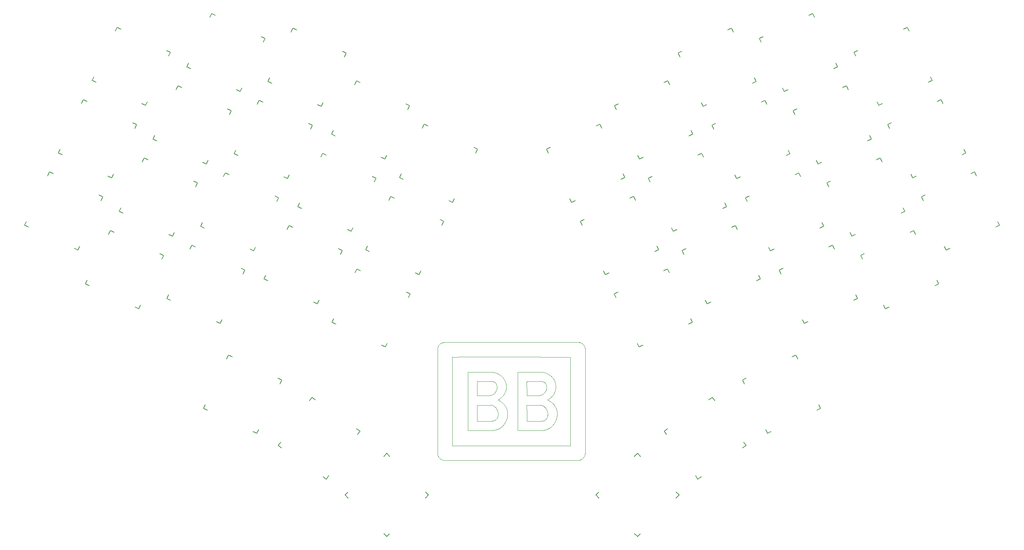
<source format=gbr>
%TF.GenerationSoftware,KiCad,Pcbnew,(5.1.9)-1*%
%TF.CreationDate,2021-07-16T02:30:04-07:00*%
%TF.ProjectId,barobord,6261726f-626f-4726-942e-6b696361645f,rev?*%
%TF.SameCoordinates,Original*%
%TF.FileFunction,Legend,Top*%
%TF.FilePolarity,Positive*%
%FSLAX46Y46*%
G04 Gerber Fmt 4.6, Leading zero omitted, Abs format (unit mm)*
G04 Created by KiCad (PCBNEW (5.1.9)-1) date 2021-07-16 02:30:04*
%MOMM*%
%LPD*%
G01*
G04 APERTURE LIST*
%ADD10C,0.001800*%
%ADD11C,0.150000*%
G04 APERTURE END LIST*
D10*
X151995877Y-115611829D02*
X151410713Y-115619806D01*
X154341593Y-119777705D02*
G75*
G02*
X154355785Y-120065447I-2909876J-287740D01*
G01*
X154298898Y-119516412D02*
G75*
G02*
X154341593Y-119777705I-2036408J-466881D01*
G01*
X152407758Y-115596790D02*
X151995877Y-115611829D01*
X152630784Y-115570534D02*
G75*
G02*
X152407758Y-115596790I-304293J1624441D01*
G01*
X154224748Y-119268392D02*
G75*
G02*
X154298898Y-119516412I-1864126J-692404D01*
G01*
X153523840Y-118249497D02*
G75*
G02*
X153845522Y-118586751I-1288154J-1550715D01*
G01*
X154116231Y-119020579D02*
G75*
G02*
X154224748Y-119268392I-2113274J-1073068D01*
G01*
X149334994Y-112237414D02*
G75*
G02*
X149338048Y-112220927I46613J-109D01*
G01*
X149333481Y-113279664D02*
X149333894Y-112730510D01*
X149338048Y-112220926D02*
G75*
G02*
X149366273Y-112201531I28145J-10724D01*
G01*
X153845521Y-118586751D02*
G75*
G02*
X154116231Y-119020579I-2322281J-1750486D01*
G01*
X153073254Y-115386020D02*
G75*
G02*
X152915644Y-115469586I-1034433J1760587D01*
G01*
X151080631Y-112206280D02*
X152715204Y-112212256D01*
X149338285Y-115615579D02*
X149334423Y-113928079D01*
X153156559Y-118015314D02*
G75*
G02*
X153523840Y-118249497I-744031J-1572007D01*
G01*
X152750785Y-117886324D02*
G75*
G02*
X153156559Y-118015314I-274542J-1566375D01*
G01*
X152761544Y-115534464D02*
G75*
G02*
X152630785Y-115570535I-279612J758566D01*
G01*
X149333894Y-112730510D02*
X149334994Y-112237414D01*
X152715204Y-112212257D02*
G75*
G02*
X152930785Y-112231374I-5678J-1289075D01*
G01*
X149366273Y-112201531D02*
X151080631Y-112206280D01*
X149334423Y-113928079D02*
X149333481Y-113279664D01*
X150560785Y-115619809D02*
X149338285Y-115615579D01*
X151410713Y-115619806D02*
X150560785Y-115619809D01*
X152915643Y-115469586D02*
G75*
G02*
X152761543Y-115534464I-792080J1665923D01*
G01*
X154346527Y-120326019D02*
G75*
G02*
X154317821Y-120538763I-1697748J120776D01*
G01*
X154355785Y-120065447D02*
X154346528Y-120326019D01*
X149330670Y-117856409D02*
X150991977Y-117862822D01*
X152240859Y-121674900D02*
X151138285Y-121675579D01*
X151138285Y-121675579D02*
X149338285Y-121675579D01*
X154183699Y-120926617D02*
G75*
G02*
X154080015Y-121103933I-1204358J585270D01*
G01*
X153954722Y-121254364D02*
G75*
G02*
X153804444Y-121380813I-789780J786088D01*
G01*
X154080014Y-121103934D02*
G75*
G02*
X153954722Y-121254364I-909582J630192D01*
G01*
X149338285Y-121675579D02*
X149334477Y-119765994D01*
X154317821Y-120538763D02*
G75*
G02*
X154265294Y-120730719I-1397623J279281D01*
G01*
X152949777Y-121664036D02*
X152693442Y-121671428D01*
X154265294Y-120730719D02*
G75*
G02*
X154183699Y-120926618I-1736827J608476D01*
G01*
X153103285Y-121647857D02*
G75*
G02*
X152949777Y-121664036I-208222J1239288D01*
G01*
X153250562Y-121618669D02*
X153103285Y-121647857D01*
X153508494Y-121539140D02*
X153384429Y-121582783D01*
X152276839Y-117871805D02*
X152661836Y-117877792D01*
X153384429Y-121582783D02*
X153250562Y-121618669D01*
X152693442Y-121671428D02*
X152240859Y-121674900D01*
X152661837Y-117877792D02*
G75*
G02*
X152750785Y-117886324I-10187J-574136D01*
G01*
X153626282Y-121486654D02*
X153508494Y-121539140D01*
X150991977Y-117862822D02*
X151754037Y-117866676D01*
X149334477Y-119765994D02*
X149330670Y-117856409D01*
X153804444Y-121380813D02*
G75*
G02*
X153626282Y-121486654I-791406J1129300D01*
G01*
X151754037Y-117866676D02*
X152276839Y-117871805D01*
X161758285Y-131020579D02*
X161919187Y-130978622D01*
X129075975Y-130840919D02*
G75*
G02*
X128916340Y-130750469I708223J1436040D01*
G01*
X129454508Y-130980821D02*
X129598285Y-131020579D01*
X129251824Y-130916021D02*
X129454508Y-130980821D01*
X128113285Y-104410579D02*
X128113285Y-116973079D01*
X129466095Y-102949313D02*
X129292882Y-103001023D01*
X128386056Y-130224579D02*
G75*
G02*
X128254927Y-129973521I1420265J901587D01*
G01*
X128254926Y-129973521D02*
G75*
G02*
X128153043Y-129679356I2257446J946589D01*
G01*
X162289999Y-130844945D02*
G75*
G02*
X162116749Y-130917898I-723339J1475594D01*
G01*
X128916340Y-130750469D02*
G75*
G02*
X128762601Y-130639587I988209J1532189D01*
G01*
X128762601Y-130639587D02*
G75*
G02*
X128553167Y-130443048I1172215J1458979D01*
G01*
X128452885Y-103612170D02*
G75*
G02*
X128689443Y-103351664I1371710J-1007954D01*
G01*
X128271794Y-103919919D02*
G75*
G02*
X128452885Y-103612170I1596321J-732183D01*
G01*
X163239866Y-129444291D02*
G75*
G02*
X163176940Y-129814180I-1321925J34589D01*
G01*
X162609157Y-130640397D02*
G75*
G02*
X162450385Y-130754295I-1236036J1555418D01*
G01*
X128553167Y-130443048D02*
G75*
G02*
X128386056Y-130224579I1163621J1063223D01*
G01*
X128113285Y-116973079D02*
X128113285Y-129535579D01*
X128689443Y-103351664D02*
G75*
G02*
X128976605Y-103142600I1178136J-1316492D01*
G01*
X128976605Y-103142600D02*
G75*
G02*
X129123510Y-103067537I740391J-1267723D01*
G01*
X129466096Y-102949314D02*
G75*
G02*
X129624530Y-102919042I334702J-1322000D01*
G01*
X145678285Y-131020579D02*
X161758285Y-131020579D01*
X163239865Y-129444291D02*
X163257299Y-128379723D01*
X128148967Y-104268921D02*
G75*
G02*
X128271794Y-103919919I1960286J-493780D01*
G01*
X129598285Y-131020579D02*
X145678285Y-131020579D01*
X129292882Y-103001023D02*
X129123510Y-103067537D01*
X163176939Y-129814181D02*
G75*
G02*
X163081397Y-130050790I-1667202J535621D01*
G01*
X163081397Y-130050789D02*
G75*
G02*
X162952396Y-130271265I-1578293J775488D01*
G01*
X128113285Y-129535579D02*
X128153043Y-129679356D01*
X162952396Y-130271266D02*
G75*
G02*
X162793561Y-130469634I-1434176J985576D01*
G01*
X162793561Y-130469634D02*
G75*
G02*
X162609157Y-130640398I-1220428J1132964D01*
G01*
X162450385Y-130754295D02*
G75*
G02*
X162289999Y-130844944I-852036J1320303D01*
G01*
X161919187Y-130978622D02*
X162116749Y-130917898D01*
X129251824Y-130916021D02*
G75*
G02*
X129075975Y-130840919I599864J1647987D01*
G01*
X128148967Y-104268921D02*
X128113285Y-104410579D01*
X142689507Y-116741076D02*
X142520730Y-116654893D01*
X140926144Y-123909607D02*
X141091217Y-123902130D01*
X161927250Y-102952769D02*
X161773285Y-102910579D01*
X141983869Y-123762837D02*
X142379344Y-123652303D01*
X135335785Y-123918079D02*
X138117467Y-123918079D01*
X163258285Y-104395579D02*
X163218526Y-104251803D01*
X163264150Y-126259299D02*
X163262115Y-116888457D01*
X142689507Y-116741076D02*
G75*
G02*
X143413529Y-117200424I-2093986J-4100804D01*
G01*
X144777491Y-119594964D02*
G75*
G02*
X144798771Y-120064686I-3938028J-413751D01*
G01*
X143950564Y-122480604D02*
G75*
G02*
X143593619Y-122891286I-3159809J2385894D01*
G01*
X143386857Y-123082765D02*
G75*
G02*
X143173386Y-123249510I-1981457J2316695D01*
G01*
X163262115Y-116888457D02*
X163258285Y-104395579D01*
X161927251Y-102952770D02*
G75*
G02*
X162214533Y-103052437I-604819J-2207202D01*
G01*
X162988174Y-103713635D02*
G75*
G02*
X163078624Y-103873270I-1345590J-867858D01*
G01*
X159748285Y-106420579D02*
X159748285Y-116965579D01*
X131638959Y-106420610D02*
X134443209Y-106417571D01*
X131619804Y-106447792D02*
G75*
G02*
X131622734Y-106431822I45070J-14D01*
G01*
X162463174Y-103183318D02*
G75*
G02*
X162681283Y-103350835I-858972J-1344135D01*
G01*
X143290837Y-116106784D02*
G75*
G02*
X142682007Y-116554402I-3215138J3735220D01*
G01*
X142520730Y-116654893D02*
X142682007Y-116554402D01*
X143413528Y-117200424D02*
G75*
G02*
X144002924Y-117767302I-2336148J-3018787D01*
G01*
X144700538Y-119140579D02*
G75*
G02*
X144777491Y-119594964I-3558223J-836316D01*
G01*
X144256560Y-122015977D02*
G75*
G02*
X143950565Y-122480604I-3757848J2141771D01*
G01*
X144764186Y-120535999D02*
G75*
G02*
X144674321Y-120995135I-3808676J507094D01*
G01*
X142708285Y-123521565D02*
X142948682Y-123394689D01*
X141546764Y-123847997D02*
X141983869Y-123762837D01*
X131618493Y-112941563D02*
X131618835Y-109538257D01*
X139593630Y-102908858D02*
X134398822Y-102910963D01*
X145745785Y-102908700D02*
X139593630Y-102908858D01*
X134443209Y-106417571D02*
X138367633Y-106415606D01*
X144501007Y-121514817D02*
G75*
G02*
X144256559Y-122015976I-4019122J1650195D01*
G01*
X143386858Y-123082765D02*
X143593619Y-122891286D01*
X139347737Y-123917140D02*
X140244765Y-123914049D01*
X135335785Y-116965579D02*
X135335785Y-123918079D01*
X131623285Y-127510579D02*
X131619452Y-116980579D01*
X162681283Y-103350835D02*
G75*
G02*
X162877292Y-103559896I-1268485J-1385711D01*
G01*
X162877293Y-103559896D02*
G75*
G02*
X162988174Y-103713635I-1421308J-1141948D01*
G01*
X163078624Y-103873270D02*
G75*
G02*
X163153726Y-104049119I-1572885J-775713D01*
G01*
X144002924Y-117767302D02*
G75*
G02*
X144436652Y-118421834I-2684364J-2249774D01*
G01*
X129624530Y-102919042D02*
G75*
G02*
X129701560Y-102914017I77425J-593980D01*
G01*
X141091217Y-123902130D02*
X141546764Y-123847997D01*
X144436651Y-118421834D02*
G75*
G02*
X144700538Y-119140579I-2823026J-1444285D01*
G01*
X144798771Y-120064686D02*
G75*
G02*
X144764186Y-120535998I-3999065J56530D01*
G01*
X143173386Y-123249509D02*
G75*
G02*
X142948682Y-123394689I-1722495J2419533D01*
G01*
X142708284Y-123521565D02*
G75*
G02*
X142379344Y-123652303I-1178716J2486503D01*
G01*
X162214533Y-103052437D02*
G75*
G02*
X162463174Y-103183317I-651892J-1540052D01*
G01*
X131618835Y-109538257D02*
X131619804Y-106447792D01*
X161773285Y-102910579D02*
X145745785Y-102908700D01*
X163218526Y-104251803D02*
X163153726Y-104049119D01*
X144674321Y-120995134D02*
G75*
G02*
X144501008Y-121514817I-3919025J1018249D01*
G01*
X140244765Y-123914049D02*
X140926144Y-123909607D01*
X138117467Y-123918079D02*
X139347737Y-123917140D01*
X145689067Y-106416822D02*
X159748285Y-106420579D01*
X163257299Y-128379723D02*
X163264150Y-126259299D01*
X138367633Y-106415606D02*
X145689067Y-106416822D01*
X131622734Y-106431821D02*
G75*
G02*
X131638959Y-106420610I16244J-6162D01*
G01*
X131619452Y-116980579D02*
X131618493Y-112941563D01*
X145685785Y-127510579D02*
X131623285Y-127510579D01*
X159748285Y-116965579D02*
X159748285Y-127510579D01*
X134398822Y-102910963D02*
X129701560Y-102914017D01*
X159748285Y-127510579D02*
X145685785Y-127510579D01*
X140890098Y-110021352D02*
X140169693Y-110017096D01*
X139605713Y-115619806D02*
X138755785Y-115619809D01*
X141268254Y-115386020D02*
G75*
G02*
X141110644Y-115469586I-1034433J1760587D01*
G01*
X144127671Y-115040472D02*
G75*
G02*
X143773203Y-115602251I-2897033J1435228D01*
G01*
X144440556Y-113065020D02*
X144409480Y-112868949D01*
X141410784Y-115292390D02*
G75*
G02*
X141268253Y-115386020I-1006790J1377322D01*
G01*
X141028285Y-110028071D02*
X140890098Y-110021352D01*
X141028285Y-110028071D02*
G75*
G02*
X141711058Y-110143909I-403486J-4448339D01*
G01*
X143445230Y-111098693D02*
G75*
G02*
X143754662Y-111435904I-2291620J-2413411D01*
G01*
X143754663Y-111435905D02*
G75*
G02*
X144012550Y-111810130I-2529702J-2019247D01*
G01*
X141470311Y-115245970D02*
X141410785Y-115292390D01*
X144356324Y-114422683D02*
X144408516Y-114193406D01*
X143773202Y-115602250D02*
G75*
G02*
X143290837Y-116106783I-2829743J2222562D01*
G01*
X141888545Y-114815848D02*
G75*
G02*
X141689040Y-115047385I-1734377J1292715D01*
G01*
X142253791Y-113385063D02*
X142258188Y-113619954D01*
X142237475Y-114003079D02*
G75*
G02*
X142161625Y-114295837I-2054458J376076D01*
G01*
X141504713Y-112333963D02*
X141618671Y-112384680D01*
X141389908Y-112293156D02*
X141504713Y-112333963D01*
X144012550Y-111810130D02*
G75*
G02*
X144214831Y-112215698I-2771654J-1635620D01*
G01*
X144456509Y-113788691D02*
X144461828Y-113530579D01*
X141125785Y-112231374D02*
X141266333Y-112259769D01*
X140190877Y-115611829D02*
X139605713Y-115619806D01*
X140602758Y-115596790D02*
X140190877Y-115611829D01*
X141622005Y-115112324D02*
X141545116Y-115181975D01*
X142923785Y-110681193D02*
G75*
G02*
X143445231Y-111098693I-2207391J-3291355D01*
G01*
X140825784Y-115570534D02*
G75*
G02*
X140602758Y-115596790I-304293J1624441D01*
G01*
X141545116Y-115181975D02*
X141470311Y-115245970D01*
X144461828Y-113530579D02*
X144456749Y-113272163D01*
X140956544Y-115534464D02*
G75*
G02*
X140825785Y-115570535I-279612J758566D01*
G01*
X141842992Y-112530081D02*
G75*
G02*
X142021418Y-112721647I-662730J-796149D01*
G01*
X142258188Y-113619954D02*
X142253688Y-113855776D01*
X138099535Y-110013092D02*
X135335785Y-110013079D01*
X142045829Y-114566114D02*
G75*
G02*
X141888545Y-114815849I-1666656J875274D01*
G01*
X144214831Y-112215697D02*
G75*
G02*
X144358526Y-112646329I-2993826J-1238285D01*
G01*
X142161625Y-114295838D02*
G75*
G02*
X142045829Y-114566114I-1769273J598075D01*
G01*
X144356323Y-114422682D02*
G75*
G02*
X144127670Y-115040471I-3031641J770851D01*
G01*
X142237445Y-113245579D02*
G75*
G02*
X142253791Y-113385063I-869846J-172638D01*
G01*
X141711058Y-110143909D02*
G75*
G02*
X142344548Y-110361833I-952116J-3797462D01*
G01*
X144456749Y-113272163D02*
X144440556Y-113065020D01*
X141266333Y-112259769D02*
X141389908Y-112293156D01*
X142253687Y-113855775D02*
G75*
G02*
X142237474Y-114003079I-1037549J39655D01*
G01*
X144409480Y-112868949D02*
X144358526Y-112646329D01*
X144408516Y-114193406D02*
X144440088Y-113995485D01*
X141689040Y-115047385D02*
X141622005Y-115112324D01*
X142152679Y-112960440D02*
G75*
G02*
X142237445Y-113245579I-1485590J-596807D01*
G01*
X142021418Y-112721647D02*
G75*
G02*
X142152679Y-112960441I-919578J-660948D01*
G01*
X141618671Y-112384680D02*
G75*
G02*
X141842992Y-112530081I-495339J-1009939D01*
G01*
X135335785Y-110013079D02*
X135335785Y-116965579D01*
X144440088Y-113995485D02*
X144456509Y-113788691D01*
X139267188Y-110014050D02*
X138099535Y-110013092D01*
X140169693Y-110017096D02*
X139267188Y-110014050D01*
X142344548Y-110361833D02*
G75*
G02*
X142923786Y-110681193I-1543499J-3484479D01*
G01*
X141110643Y-115469586D02*
G75*
G02*
X140956543Y-115534464I-792080J1665923D01*
G01*
X137528481Y-113279664D02*
X137528894Y-112730510D01*
X137529423Y-113928079D02*
X137528481Y-113279664D01*
X137533285Y-115615579D02*
X137529423Y-113928079D01*
X138755785Y-115619809D02*
X137533285Y-115615579D01*
X155823999Y-111825553D02*
X155725705Y-111663079D01*
X156030924Y-112244926D02*
G75*
G02*
X156095632Y-112413079I-1765937J-776081D01*
G01*
X153215784Y-115292390D02*
G75*
G02*
X153073253Y-115386020I-1006790J1377322D01*
G01*
X153413576Y-115127392D02*
G75*
G02*
X153215785Y-115292390I-1385454J1459761D01*
G01*
X156111957Y-114596876D02*
G75*
G02*
X155826655Y-115236924I-2833201J879294D01*
G01*
X153601384Y-114928930D02*
G75*
G02*
X153413576Y-115127392I-1940454J1648184D01*
G01*
X153762748Y-114716437D02*
G75*
G02*
X153601383Y-114928930I-2022788J1368566D01*
G01*
X154058972Y-113374741D02*
X154062831Y-113615683D01*
X153918830Y-112873936D02*
G75*
G02*
X153988612Y-113042720I-1045970J-531265D01*
G01*
X153576531Y-112471455D02*
G75*
G02*
X153635192Y-112519090I-382831J-531385D01*
G01*
X153071532Y-112259818D02*
X153195213Y-112293268D01*
X153148284Y-110066981D02*
G75*
G02*
X153917423Y-110269023I-636745J-3988987D01*
G01*
X155572803Y-115603451D02*
G75*
G02*
X155260674Y-115949962I-3065442J2447444D01*
G01*
X154489981Y-116738836D02*
X154325730Y-116654893D01*
X152855743Y-110035634D02*
X152443173Y-110020813D01*
X153880788Y-114509462D02*
G75*
G02*
X153762748Y-114716437I-1408683J666241D01*
G01*
X154042899Y-114003079D02*
X154016115Y-114123214D01*
X153928477Y-114396983D02*
X153880788Y-114509462D01*
X152443173Y-110020813D02*
X151721833Y-110014331D01*
X153975703Y-114261336D02*
X153928477Y-114396983D01*
X154016115Y-114123214D02*
X153975703Y-114261336D01*
X153710849Y-112591315D02*
G75*
G02*
X153828143Y-112727264I-854589J-855895D01*
G01*
X153195213Y-112293268D02*
X153310265Y-112334226D01*
X154629572Y-110617404D02*
G75*
G02*
X155244429Y-111090860I-2011509J-3248234D01*
G01*
X155932692Y-112034163D02*
X155823999Y-111825553D01*
X154325730Y-116654893D02*
X154493363Y-116550822D01*
X152855743Y-110035633D02*
G75*
G02*
X153148285Y-110066981I-157538J-2850914D01*
G01*
X156251649Y-113130369D02*
G75*
G02*
X156256410Y-113876681I-3667108J-396562D01*
G01*
X147140785Y-110013079D02*
X147140785Y-116965579D01*
X155826655Y-115236925D02*
G75*
G02*
X155572803Y-115603452I-2816643J1679601D01*
G01*
X154043161Y-113245579D02*
G75*
G02*
X154058972Y-113374741I-712256J-152741D01*
G01*
X151721833Y-110014331D02*
X149904535Y-110013092D01*
X154058536Y-113857773D02*
G75*
G02*
X154042899Y-114003079I-1014262J35653D01*
G01*
X154062831Y-113615683D02*
X154058535Y-113857774D01*
X156030924Y-112244927D02*
X155932692Y-112034163D01*
X153310265Y-112334226D02*
X153424836Y-112385259D01*
X153988613Y-113042719D02*
G75*
G02*
X154043161Y-113245579I-1942922J-631209D01*
G01*
X153828144Y-112727264D02*
G75*
G02*
X153918830Y-112873936I-827685J-613127D01*
G01*
X153424836Y-112385259D02*
X153513698Y-112431621D01*
X155244429Y-111090860D02*
G75*
G02*
X155725705Y-111663079I-2267496J-2395624D01*
G01*
X153635192Y-112519090D02*
X153710849Y-112591315D01*
X153513697Y-112431621D02*
G75*
G02*
X153576531Y-112471455I-304089J-549139D01*
G01*
X153917424Y-110269024D02*
G75*
G02*
X154629573Y-110617405I-1388914J-3741233D01*
G01*
X149904535Y-110013092D02*
X147140785Y-110013079D01*
X156095631Y-112413079D02*
G75*
G02*
X156251649Y-113130369I-3278352J-1088687D01*
G01*
X155260674Y-115949963D02*
G75*
G02*
X154898080Y-116268354I-2947244J2990752D01*
G01*
X156256410Y-113876681D02*
G75*
G02*
X156111958Y-114596876I-3556595J338773D01*
G01*
X152930785Y-112231374D02*
X153071532Y-112259818D01*
X154898080Y-116268354D02*
G75*
G02*
X154493363Y-116550822I-2827675J3620295D01*
G01*
X142342907Y-121001387D02*
G75*
G02*
X142171772Y-121227751I-1088570J645109D01*
G01*
X156396269Y-121271033D02*
G75*
G02*
X156143751Y-121864377I-4053846J1374850D01*
G01*
X156143752Y-121864377D02*
G75*
G02*
X155804608Y-122413754I-3810577J1972991D01*
G01*
X155804608Y-122413754D02*
G75*
G02*
X155390892Y-122898319I-3293794J2393301D01*
G01*
X155390892Y-122898319D02*
G75*
G02*
X155111321Y-123148599I-2387872J2386047D01*
G01*
X155111322Y-123148599D02*
G75*
G02*
X154812833Y-123359133I-1893785J2368088D01*
G01*
X141572120Y-121585694D02*
G75*
G02*
X141298285Y-121647857I-683879J2378348D01*
G01*
X137533048Y-112220926D02*
G75*
G02*
X137561273Y-112201531I28145J-10724D01*
G01*
X147140785Y-123918079D02*
X149922467Y-123918079D01*
X137533285Y-121675579D02*
X137529477Y-119765994D01*
X139275631Y-112206280D02*
X140910204Y-112212256D01*
X141907478Y-118426496D02*
X142026279Y-118564683D01*
X139333285Y-121675579D02*
X137533285Y-121675579D01*
X154812833Y-123359132D02*
G75*
G02*
X154495592Y-123529503I-1549005J2503801D01*
G01*
X153228905Y-123865802D02*
X153553159Y-123812791D01*
X141801918Y-121498109D02*
G75*
G02*
X141572120Y-121585694I-634065J1318353D01*
G01*
X142551944Y-120065349D02*
G75*
G02*
X142529595Y-120432917I-3007250J-1620D01*
G01*
X142526661Y-119698589D02*
G75*
G02*
X142551944Y-120065349I-2668596J-368213D01*
G01*
X142319446Y-119036804D02*
G75*
G02*
X142451472Y-119362984I-1945037J-977090D01*
G01*
X151152737Y-123917140D02*
X152049765Y-123914049D01*
X139186977Y-117862822D02*
X139950209Y-117866680D01*
X140888442Y-121671428D02*
X140435859Y-121674900D01*
X142461100Y-120740608D02*
G75*
G02*
X142342908Y-121001387I-1245732J407424D01*
G01*
X142123468Y-118698079D02*
G75*
G02*
X142319446Y-119036804I-2769574J-1828466D01*
G01*
X142171772Y-121227750D02*
G75*
G02*
X141998348Y-121380326I-936316J889409D01*
G01*
X141126571Y-117931202D02*
G75*
G02*
X141320882Y-118004883I-638846J-1977805D01*
G01*
X137528894Y-112730510D02*
X137529994Y-112237414D01*
X142451472Y-119362984D02*
G75*
G02*
X142526661Y-119698589I-1972522J-618150D01*
G01*
X140435859Y-121674900D02*
X139333285Y-121675579D01*
X154495592Y-123529504D02*
G75*
G02*
X154160009Y-123659820I-1230426J2671275D01*
G01*
X141298285Y-121647857D02*
G75*
G02*
X141144777Y-121664036I-208222J1239288D01*
G01*
X153864890Y-123743870D02*
X154160009Y-123659820D01*
X137525670Y-117856409D02*
X139186977Y-117862822D01*
X140945784Y-117886359D02*
G75*
G02*
X141126571Y-117931202I-232690J-1324931D01*
G01*
X153553159Y-123812791D02*
X153864890Y-123743870D01*
X152049765Y-123914049D02*
X152731144Y-123909607D01*
X149922467Y-123918079D02*
X151152737Y-123917140D01*
X140856717Y-117877797D02*
G75*
G02*
X140945785Y-117886358I-10216J-573878D01*
G01*
X141665986Y-118201486D02*
G75*
G02*
X141782292Y-118299741I-827599J-1097600D01*
G01*
X140472605Y-117871808D02*
X140856716Y-117877797D01*
X139950209Y-117866680D02*
X140472605Y-117871808D01*
X142026279Y-118564683D02*
G75*
G02*
X142123468Y-118698079I-1396068J-1119240D01*
G01*
X141320882Y-118004883D02*
G75*
G02*
X141507713Y-118097989I-839415J-1918418D01*
G01*
X141507713Y-118097989D02*
G75*
G02*
X141665985Y-118201486I-692798J-1232227D01*
G01*
X141144777Y-121664036D02*
X140888442Y-121671428D01*
X154489981Y-116738836D02*
G75*
G02*
X155218069Y-117200316I-2124296J-4156655D01*
G01*
X152896217Y-123902130D02*
X153228905Y-123865802D01*
X155807525Y-117766852D02*
G75*
G02*
X156240783Y-118422591I-2668415J-2234068D01*
G01*
X142529595Y-120432917D02*
G75*
G02*
X142461099Y-120740608I-1614493J197937D01*
G01*
X156602065Y-119895953D02*
G75*
G02*
X156595487Y-120284497I-4151412J-124040D01*
G01*
X152731144Y-123909607D02*
X152896217Y-123902130D01*
X137529477Y-119765994D02*
X137525670Y-117856409D01*
X140910204Y-112212257D02*
G75*
G02*
X141125785Y-112231374I-5678J-1289075D01*
G01*
X137561273Y-112201531D02*
X139275631Y-112206280D01*
X137529994Y-112237414D02*
G75*
G02*
X137533048Y-112220927I46613J-109D01*
G01*
X156552106Y-120655580D02*
G75*
G02*
X156396269Y-121271033I-3966226J676822D01*
G01*
X155218069Y-117200316D02*
G75*
G02*
X155807525Y-117766852I-2313286J-2996791D01*
G01*
X141998348Y-121380327D02*
G75*
G02*
X141801918Y-121498109I-737624J1007474D01*
G01*
X156240783Y-118422590D02*
G75*
G02*
X156507063Y-119148079I-2902182J-1476816D01*
G01*
X156507064Y-119148079D02*
G75*
G02*
X156572366Y-119510345I-3288788J-779860D01*
G01*
X156572365Y-119510346D02*
G75*
G02*
X156602065Y-119895954I-4084576J-508541D01*
G01*
X147140785Y-116965579D02*
X147140785Y-123918079D01*
X141782292Y-118299741D02*
X141907478Y-118426496D01*
X156595487Y-120284497D02*
G75*
G02*
X156552107Y-120655579I-3542894J226093D01*
G01*
D11*
%TO.C,SW24*%
X92300360Y-76049621D02*
X92722978Y-75143314D01*
X86806323Y-87831623D02*
X87712630Y-88254241D01*
X93629286Y-75565932D02*
X92722978Y-75143314D01*
X86806323Y-87831623D02*
X87228941Y-86925315D01*
X99917250Y-92841971D02*
X99494632Y-93748278D01*
X105411287Y-81059969D02*
X104504980Y-80637351D01*
X98588324Y-93325660D02*
X99494632Y-93748278D01*
X105411287Y-81059969D02*
X104988669Y-81966277D01*
%TO.C,SW4*%
X108359854Y-41609926D02*
X108782472Y-40703619D01*
X102865817Y-53391928D02*
X103772124Y-53814546D01*
X109688780Y-41126237D02*
X108782472Y-40703619D01*
X102865817Y-53391928D02*
X103288435Y-52485620D01*
X115976744Y-58402276D02*
X115554126Y-59308583D01*
X121470781Y-46620274D02*
X120564474Y-46197656D01*
X114647818Y-58885965D02*
X115554126Y-59308583D01*
X121470781Y-46620274D02*
X121048163Y-47526582D01*
%TO.C,SW14*%
X100330107Y-58829773D02*
X100752725Y-57923466D01*
X94836070Y-70611775D02*
X95742377Y-71034393D01*
X101659033Y-58346084D02*
X100752725Y-57923466D01*
X94836070Y-70611775D02*
X95258688Y-69705467D01*
X107946997Y-75622123D02*
X107524379Y-76528430D01*
X113441034Y-63840121D02*
X112534727Y-63417503D01*
X106618071Y-76105812D02*
X107524379Y-76528430D01*
X113441034Y-63840121D02*
X113018416Y-64746429D01*
%TO.C,SW34*%
X97633712Y-116830312D02*
X98207289Y-116011160D01*
X90177219Y-127479288D02*
X90996371Y-128052865D01*
X99026441Y-116584736D02*
X98207289Y-116011160D01*
X90177219Y-127479288D02*
X90750795Y-126660136D01*
X102218924Y-134690206D02*
X101645347Y-135509358D01*
X109675417Y-124041230D02*
X108856265Y-123467653D01*
X100826195Y-134935782D02*
X101645347Y-135509358D01*
X109675417Y-124041230D02*
X109101841Y-124860382D01*
%TO.C,SW7*%
X170651837Y-47526582D02*
X170229219Y-46620274D01*
X176145874Y-59308583D02*
X177052182Y-58885965D01*
X171135526Y-46197656D02*
X170229219Y-46620274D01*
X176145874Y-59308583D02*
X175723256Y-58402276D01*
X188411565Y-52485620D02*
X188834183Y-53391928D01*
X182917528Y-40703619D02*
X182011220Y-41126237D01*
X187927876Y-53814546D02*
X188834183Y-53391928D01*
X182917528Y-40703619D02*
X183340146Y-41609926D01*
%TO.C,SW40*%
X229180772Y-83126630D02*
X228758154Y-82220322D01*
X234674809Y-94908631D02*
X235581117Y-94486013D01*
X229664461Y-81797704D02*
X228758154Y-82220322D01*
X234674809Y-94908631D02*
X234252191Y-94002324D01*
X246940500Y-88085668D02*
X247363118Y-88991976D01*
X241446463Y-76303667D02*
X240540155Y-76726285D01*
X246456811Y-89414594D02*
X247363118Y-88991976D01*
X241446463Y-76303667D02*
X241869081Y-77209974D01*
%TO.C,SW39*%
X209847834Y-86624838D02*
X209425216Y-85718530D01*
X215341871Y-98406839D02*
X216248179Y-97984221D01*
X210331523Y-85295912D02*
X209425216Y-85718530D01*
X215341871Y-98406839D02*
X214919253Y-97500532D01*
X227607562Y-91583876D02*
X228030180Y-92490184D01*
X222113525Y-79801875D02*
X221207217Y-80224493D01*
X227123873Y-92912802D02*
X228030180Y-92490184D01*
X222113525Y-79801875D02*
X222536143Y-80708182D01*
%TO.C,SW38*%
X201080351Y-112780741D02*
X200657733Y-111874433D01*
X206574388Y-124562742D02*
X207480696Y-124140124D01*
X201564040Y-111451815D02*
X200657733Y-111874433D01*
X206574388Y-124562742D02*
X206151770Y-123656435D01*
X218840079Y-117739779D02*
X219262697Y-118646087D01*
X213346042Y-105957778D02*
X212439734Y-106380396D01*
X218356390Y-119068705D02*
X219262697Y-118646087D01*
X213346042Y-105957778D02*
X213768660Y-106864085D01*
%TO.C,SW37*%
X182598159Y-124860382D02*
X182024583Y-124041230D01*
X190054653Y-135509358D02*
X190873805Y-134935782D01*
X182843735Y-123467653D02*
X182024583Y-124041230D01*
X190054653Y-135509358D02*
X189481076Y-134690206D01*
X200949205Y-126660136D02*
X201522781Y-127479288D01*
X193492711Y-116011160D02*
X192673559Y-116584736D01*
X200703629Y-128052865D02*
X201522781Y-127479288D01*
X193492711Y-116011160D02*
X194066288Y-116830312D01*
%TO.C,SW36*%
X166494362Y-139965906D02*
X165787255Y-139258799D01*
X175686750Y-149158294D02*
X176393857Y-148451187D01*
X166494362Y-138551692D02*
X165787255Y-139258799D01*
X175686750Y-149158294D02*
X174979643Y-148451187D01*
X184879138Y-138551692D02*
X185586245Y-139258799D01*
X175686750Y-129359304D02*
X174979643Y-130066411D01*
X184879138Y-139965906D02*
X185586245Y-139258799D01*
X175686750Y-129359304D02*
X176393857Y-130066411D01*
%TO.C,SW35*%
X115306143Y-130066411D02*
X116013250Y-129359304D01*
X106113755Y-139258799D02*
X106820862Y-139965906D01*
X116720357Y-130066411D02*
X116013250Y-129359304D01*
X106113755Y-139258799D02*
X106820862Y-138551692D01*
X116720357Y-148451187D02*
X116013250Y-149158294D01*
X125912745Y-139258799D02*
X125205638Y-138551692D01*
X115306143Y-148451187D02*
X116013250Y-149158294D01*
X125912745Y-139258799D02*
X125205638Y-139965906D01*
%TO.C,SW33*%
X77931340Y-106864085D02*
X78353958Y-105957778D01*
X72437303Y-118646087D02*
X73343610Y-119068705D01*
X79260266Y-106380396D02*
X78353958Y-105957778D01*
X72437303Y-118646087D02*
X72859921Y-117739779D01*
X85548230Y-123656435D02*
X85125612Y-124562742D01*
X91042267Y-111874433D02*
X90135960Y-111451815D01*
X84219304Y-124140124D02*
X85125612Y-124562742D01*
X91042267Y-111874433D02*
X90619649Y-112780741D01*
%TO.C,SW32*%
X69163857Y-80708182D02*
X69586475Y-79801875D01*
X63669820Y-92490184D02*
X64576127Y-92912802D01*
X70492783Y-80224493D02*
X69586475Y-79801875D01*
X63669820Y-92490184D02*
X64092438Y-91583876D01*
X76780747Y-97500532D02*
X76358129Y-98406839D01*
X82274784Y-85718530D02*
X81368477Y-85295912D01*
X75451821Y-97984221D02*
X76358129Y-98406839D01*
X82274784Y-85718530D02*
X81852166Y-86624838D01*
%TO.C,SW31*%
X49830919Y-77209974D02*
X50253537Y-76303667D01*
X44336882Y-88991976D02*
X45243189Y-89414594D01*
X51159845Y-76726285D02*
X50253537Y-76303667D01*
X44336882Y-88991976D02*
X44759500Y-88085668D01*
X57447809Y-94002324D02*
X57025191Y-94908631D01*
X62941846Y-82220322D02*
X62035539Y-81797704D01*
X56118883Y-94486013D02*
X57025191Y-94908631D01*
X62941846Y-82220322D02*
X62519228Y-83126630D01*
%TO.C,SW30*%
X243653600Y-69205883D02*
X243230982Y-68299575D01*
X249147637Y-80987884D02*
X250053945Y-80565266D01*
X244137289Y-67876957D02*
X243230982Y-68299575D01*
X249147637Y-80987884D02*
X248725019Y-80081577D01*
X261413328Y-74164921D02*
X261835946Y-75071229D01*
X255919291Y-62382920D02*
X255012983Y-62805538D01*
X260929639Y-75493847D02*
X261835946Y-75071229D01*
X255919291Y-62382920D02*
X256341909Y-63289227D01*
%TO.C,SW29*%
X221151025Y-65906783D02*
X220728407Y-65000475D01*
X226645062Y-77688784D02*
X227551370Y-77266166D01*
X221634714Y-64577857D02*
X220728407Y-65000475D01*
X226645062Y-77688784D02*
X226222444Y-76782477D01*
X238910753Y-70865821D02*
X239333371Y-71772129D01*
X233416716Y-59083820D02*
X232510408Y-59506438D01*
X238427064Y-72194747D02*
X239333371Y-71772129D01*
X233416716Y-59083820D02*
X233839334Y-59990127D01*
%TO.C,SW28*%
X201818087Y-69404991D02*
X201395469Y-68498683D01*
X207312124Y-81186992D02*
X208218432Y-80764374D01*
X202301776Y-68076065D02*
X201395469Y-68498683D01*
X207312124Y-81186992D02*
X206889506Y-80280685D01*
X219577815Y-74364029D02*
X220000433Y-75270337D01*
X214083778Y-62582028D02*
X213177470Y-63004646D01*
X219094126Y-75692955D02*
X220000433Y-75270337D01*
X214083778Y-62582028D02*
X214506396Y-63488335D01*
%TO.C,SW27*%
X186711331Y-81966277D02*
X186288713Y-81059969D01*
X192205368Y-93748278D02*
X193111676Y-93325660D01*
X187195020Y-80637351D02*
X186288713Y-81059969D01*
X192205368Y-93748278D02*
X191782750Y-92841971D01*
X204471059Y-86925315D02*
X204893677Y-87831623D01*
X198977022Y-75143314D02*
X198070714Y-75565932D01*
X203987370Y-88254241D02*
X204893677Y-87831623D01*
X198977022Y-75143314D02*
X199399640Y-76049621D01*
%TO.C,SW26*%
X170548029Y-92261793D02*
X170125411Y-91355485D01*
X176042066Y-104043794D02*
X176948374Y-103621176D01*
X171031718Y-90932867D02*
X170125411Y-91355485D01*
X176042066Y-104043794D02*
X175619448Y-103137487D01*
X188307757Y-97220831D02*
X188730375Y-98127139D01*
X182813720Y-85438830D02*
X181907412Y-85861448D01*
X187824068Y-98549757D02*
X188730375Y-98127139D01*
X182813720Y-85438830D02*
X183236338Y-86345137D01*
%TO.C,SW25*%
X108463662Y-86345137D02*
X108886280Y-85438830D01*
X102969625Y-98127139D02*
X103875932Y-98549757D01*
X109792588Y-85861448D02*
X108886280Y-85438830D01*
X102969625Y-98127139D02*
X103392243Y-97220831D01*
X116080552Y-103137487D02*
X115657934Y-104043794D01*
X121574589Y-91355485D02*
X120668282Y-90932867D01*
X114751626Y-103621176D02*
X115657934Y-104043794D01*
X121574589Y-91355485D02*
X121151971Y-92261793D01*
%TO.C,SW23*%
X77193604Y-63488335D02*
X77616222Y-62582028D01*
X71699567Y-75270337D02*
X72605874Y-75692955D01*
X78522530Y-63004646D02*
X77616222Y-62582028D01*
X71699567Y-75270337D02*
X72122185Y-74364029D01*
X84810494Y-80280685D02*
X84387876Y-81186992D01*
X90304531Y-68498683D02*
X89398224Y-68076065D01*
X83481568Y-80764374D02*
X84387876Y-81186992D01*
X90304531Y-68498683D02*
X89881913Y-69404991D01*
%TO.C,SW22*%
X57860666Y-59990127D02*
X58283284Y-59083820D01*
X52366629Y-71772129D02*
X53272936Y-72194747D01*
X59189592Y-59506438D02*
X58283284Y-59083820D01*
X52366629Y-71772129D02*
X52789247Y-70865821D01*
X65477556Y-76782477D02*
X65054938Y-77688784D01*
X70971593Y-65000475D02*
X70065286Y-64577857D01*
X64148630Y-77266166D02*
X65054938Y-77688784D01*
X70971593Y-65000475D02*
X70548975Y-65906783D01*
%TO.C,SW21*%
X35358091Y-63289227D02*
X35780709Y-62382920D01*
X29864054Y-75071229D02*
X30770361Y-75493847D01*
X36687017Y-62805538D02*
X35780709Y-62382920D01*
X29864054Y-75071229D02*
X30286672Y-74164921D01*
X42974981Y-80081577D02*
X42552363Y-80987884D01*
X48469018Y-68299575D02*
X47562711Y-67876957D01*
X41646055Y-80565266D02*
X42552363Y-80987884D01*
X48469018Y-68299575D02*
X48046400Y-69205883D01*
%TO.C,SW20*%
X235623853Y-51986036D02*
X235201235Y-51079728D01*
X241117890Y-63768037D02*
X242024198Y-63345419D01*
X236107542Y-50657110D02*
X235201235Y-51079728D01*
X241117890Y-63768037D02*
X240695272Y-62861730D01*
X253383581Y-56945074D02*
X253806199Y-57851382D01*
X247889544Y-45163073D02*
X246983236Y-45585691D01*
X252899892Y-58274000D02*
X253806199Y-57851382D01*
X247889544Y-45163073D02*
X248312162Y-46069380D01*
%TO.C,SW19*%
X213121278Y-48686936D02*
X212698660Y-47780628D01*
X218615315Y-60468937D02*
X219521623Y-60046319D01*
X213604967Y-47358010D02*
X212698660Y-47780628D01*
X218615315Y-60468937D02*
X218192697Y-59562630D01*
X230881006Y-53645974D02*
X231303624Y-54552282D01*
X225386969Y-41863973D02*
X224480661Y-42286591D01*
X230397317Y-54974900D02*
X231303624Y-54552282D01*
X225386969Y-41863973D02*
X225809587Y-42770280D01*
%TO.C,SW18*%
X193788340Y-52185144D02*
X193365722Y-51278836D01*
X199282377Y-63967145D02*
X200188685Y-63544527D01*
X194272029Y-50856218D02*
X193365722Y-51278836D01*
X199282377Y-63967145D02*
X198859759Y-63060838D01*
X211548068Y-57144182D02*
X211970686Y-58050490D01*
X206054031Y-45362181D02*
X205147723Y-45784799D01*
X211064379Y-58473108D02*
X211970686Y-58050490D01*
X206054031Y-45362181D02*
X206476649Y-46268488D01*
%TO.C,SW17*%
X178681584Y-64746429D02*
X178258966Y-63840121D01*
X184175621Y-76528430D02*
X185081929Y-76105812D01*
X179165273Y-63417503D02*
X178258966Y-63840121D01*
X184175621Y-76528430D02*
X183753003Y-75622123D01*
X196441312Y-69705467D02*
X196863930Y-70611775D01*
X190947275Y-57923466D02*
X190040967Y-58346084D01*
X195957623Y-71034393D02*
X196863930Y-70611775D01*
X190947275Y-57923466D02*
X191369893Y-58829773D01*
%TO.C,SW16*%
X162518283Y-75041946D02*
X162095665Y-74135638D01*
X168012320Y-86823947D02*
X168918628Y-86401329D01*
X163001972Y-73713020D02*
X162095665Y-74135638D01*
X168012320Y-86823947D02*
X167589702Y-85917640D01*
X180278011Y-80000984D02*
X180700629Y-80907292D01*
X174783974Y-68218983D02*
X173877666Y-68641601D01*
X179794322Y-81329910D02*
X180700629Y-80907292D01*
X174783974Y-68218983D02*
X175206592Y-69125290D01*
%TO.C,SW15*%
X116493408Y-69125290D02*
X116916026Y-68218983D01*
X110999371Y-80907292D02*
X111905678Y-81329910D01*
X117822334Y-68641601D02*
X116916026Y-68218983D01*
X110999371Y-80907292D02*
X111421989Y-80000984D01*
X124110298Y-85917640D02*
X123687680Y-86823947D01*
X129604335Y-74135638D02*
X128698028Y-73713020D01*
X122781372Y-86401329D02*
X123687680Y-86823947D01*
X129604335Y-74135638D02*
X129181717Y-75041946D01*
%TO.C,SW13*%
X85223351Y-46268488D02*
X85645969Y-45362181D01*
X79729314Y-58050490D02*
X80635621Y-58473108D01*
X86552277Y-45784799D02*
X85645969Y-45362181D01*
X79729314Y-58050490D02*
X80151932Y-57144182D01*
X92840241Y-63060838D02*
X92417623Y-63967145D01*
X98334278Y-51278836D02*
X97427971Y-50856218D01*
X91511315Y-63544527D02*
X92417623Y-63967145D01*
X98334278Y-51278836D02*
X97911660Y-52185144D01*
%TO.C,SW12*%
X65890413Y-42770280D02*
X66313031Y-41863973D01*
X60396376Y-54552282D02*
X61302683Y-54974900D01*
X67219339Y-42286591D02*
X66313031Y-41863973D01*
X60396376Y-54552282D02*
X60818994Y-53645974D01*
X73507303Y-59562630D02*
X73084685Y-60468937D01*
X79001340Y-47780628D02*
X78095033Y-47358010D01*
X72178377Y-60046319D02*
X73084685Y-60468937D01*
X79001340Y-47780628D02*
X78578722Y-48686936D01*
%TO.C,SW11*%
X43387838Y-46069380D02*
X43810456Y-45163073D01*
X37893801Y-57851382D02*
X38800108Y-58274000D01*
X44716764Y-45585691D02*
X43810456Y-45163073D01*
X37893801Y-57851382D02*
X38316419Y-56945074D01*
X51004728Y-62861730D02*
X50582110Y-63768037D01*
X56498765Y-51079728D02*
X55592458Y-50657110D01*
X49675802Y-63345419D02*
X50582110Y-63768037D01*
X56498765Y-51079728D02*
X56076147Y-51986036D01*
%TO.C,SW10*%
X227594106Y-34766189D02*
X227171488Y-33859881D01*
X233088143Y-46548190D02*
X233994451Y-46125572D01*
X228077795Y-33437263D02*
X227171488Y-33859881D01*
X233088143Y-46548190D02*
X232665525Y-45641883D01*
X245353834Y-39725227D02*
X245776452Y-40631535D01*
X239859797Y-27943226D02*
X238953489Y-28365844D01*
X244870145Y-41054153D02*
X245776452Y-40631535D01*
X239859797Y-27943226D02*
X240282415Y-28849533D01*
%TO.C,SW9*%
X205091531Y-31467089D02*
X204668913Y-30560781D01*
X210585568Y-43249090D02*
X211491876Y-42826472D01*
X205575220Y-30138163D02*
X204668913Y-30560781D01*
X210585568Y-43249090D02*
X210162950Y-42342783D01*
X222851259Y-36426127D02*
X223273877Y-37332435D01*
X217357222Y-24644126D02*
X216450914Y-25066744D01*
X222367570Y-37755053D02*
X223273877Y-37332435D01*
X217357222Y-24644126D02*
X217779840Y-25550433D01*
%TO.C,SW8*%
X185758593Y-34965297D02*
X185335975Y-34058989D01*
X191252630Y-46747298D02*
X192158938Y-46324680D01*
X186242282Y-33636371D02*
X185335975Y-34058989D01*
X191252630Y-46747298D02*
X190830012Y-45840991D01*
X203518321Y-39924335D02*
X203940939Y-40830643D01*
X198024284Y-28142334D02*
X197117976Y-28564952D01*
X203034632Y-41253261D02*
X203940939Y-40830643D01*
X198024284Y-28142334D02*
X198446902Y-29048641D01*
%TO.C,SW6*%
X154488536Y-57822099D02*
X154065918Y-56915791D01*
X159982573Y-69604100D02*
X160888881Y-69181482D01*
X154972225Y-56493173D02*
X154065918Y-56915791D01*
X159982573Y-69604100D02*
X159559955Y-68697793D01*
X172248264Y-62781137D02*
X172670882Y-63687445D01*
X166754227Y-50999136D02*
X165847919Y-51421754D01*
X171764575Y-64110063D02*
X172670882Y-63687445D01*
X166754227Y-50999136D02*
X167176845Y-51905443D01*
%TO.C,SW5*%
X124523155Y-51905443D02*
X124945773Y-50999136D01*
X119029118Y-63687445D02*
X119935425Y-64110063D01*
X125852081Y-51421754D02*
X124945773Y-50999136D01*
X119029118Y-63687445D02*
X119451736Y-62781137D01*
X132140045Y-68697793D02*
X131717427Y-69604100D01*
X137634082Y-56915791D02*
X136727775Y-56493173D01*
X130811119Y-69181482D02*
X131717427Y-69604100D01*
X137634082Y-56915791D02*
X137211464Y-57822099D01*
%TO.C,SW3*%
X93253098Y-29048641D02*
X93675716Y-28142334D01*
X87759061Y-40830643D02*
X88665368Y-41253261D01*
X94582024Y-28564952D02*
X93675716Y-28142334D01*
X87759061Y-40830643D02*
X88181679Y-39924335D01*
X100869988Y-45840991D02*
X100447370Y-46747298D01*
X106364025Y-34058989D02*
X105457718Y-33636371D01*
X99541062Y-46324680D02*
X100447370Y-46747298D01*
X106364025Y-34058989D02*
X105941407Y-34965297D01*
%TO.C,SW2*%
X73920160Y-25550433D02*
X74342778Y-24644126D01*
X68426123Y-37332435D02*
X69332430Y-37755053D01*
X75249086Y-25066744D02*
X74342778Y-24644126D01*
X68426123Y-37332435D02*
X68848741Y-36426127D01*
X81537050Y-42342783D02*
X81114432Y-43249090D01*
X87031087Y-30560781D02*
X86124780Y-30138163D01*
X80208124Y-42826472D02*
X81114432Y-43249090D01*
X87031087Y-30560781D02*
X86608469Y-31467089D01*
%TO.C,SW1*%
X51417585Y-28849533D02*
X51840203Y-27943226D01*
X45923548Y-40631535D02*
X46829855Y-41054153D01*
X52746511Y-28365844D02*
X51840203Y-27943226D01*
X45923548Y-40631535D02*
X46346166Y-39725227D01*
X59034475Y-45641883D02*
X58611857Y-46548190D01*
X64528512Y-33859881D02*
X63622205Y-33437263D01*
X57705549Y-46125572D02*
X58611857Y-46548190D01*
X64528512Y-33859881D02*
X64105894Y-34766189D01*
%TD*%
M02*

</source>
